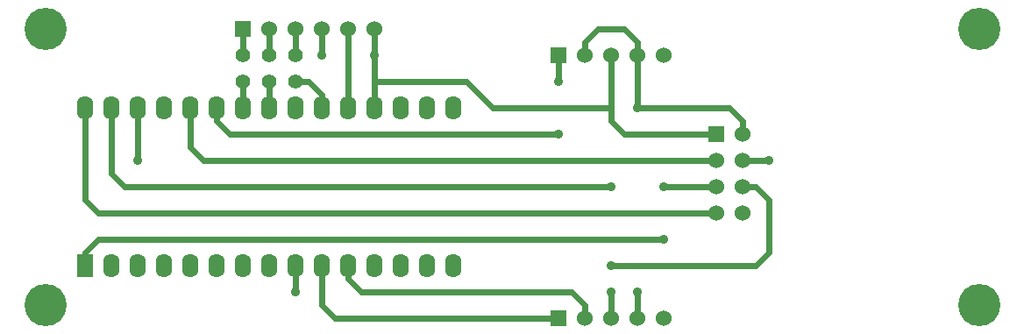
<source format=gbl>
G04 (created by PCBNEW (2013-jul-07)-stable) date wo 25 sep 2013 09:33:20 CEST*
%MOIN*%
G04 Gerber Fmt 3.4, Leading zero omitted, Abs format*
%FSLAX34Y34*%
G01*
G70*
G90*
G04 APERTURE LIST*
%ADD10C,0.00590551*%
%ADD11C,0.055*%
%ADD12R,0.06X0.06*%
%ADD13C,0.06*%
%ADD14R,0.062X0.09*%
%ADD15O,0.062X0.09*%
%ADD16C,0.16*%
%ADD17C,0.035*%
%ADD18C,0.024*%
G04 APERTURE END LIST*
G54D10*
G54D11*
X26000Y-19500D03*
X26000Y-20500D03*
X27000Y-19500D03*
X27000Y-20500D03*
X28000Y-19500D03*
X28000Y-20500D03*
G54D12*
X38000Y-19500D03*
G54D13*
X39000Y-19500D03*
X40000Y-19500D03*
X41000Y-19500D03*
X42000Y-19500D03*
G54D12*
X38000Y-29500D03*
G54D13*
X39000Y-29500D03*
X40000Y-29500D03*
X41000Y-29500D03*
X42000Y-29500D03*
G54D12*
X44000Y-22500D03*
G54D13*
X45000Y-22500D03*
X44000Y-23500D03*
X45000Y-23500D03*
X44000Y-24500D03*
X45000Y-24500D03*
X44000Y-25500D03*
X45000Y-25500D03*
G54D12*
X26000Y-18500D03*
G54D13*
X27000Y-18500D03*
X28000Y-18500D03*
X29000Y-18500D03*
X30000Y-18500D03*
X31000Y-18500D03*
G54D14*
X20000Y-27500D03*
G54D15*
X21000Y-27500D03*
X22000Y-27500D03*
X23000Y-27500D03*
X24000Y-27500D03*
X25000Y-27500D03*
X26000Y-27500D03*
X27000Y-27500D03*
X28000Y-27500D03*
X29000Y-27500D03*
X30000Y-27500D03*
X31000Y-27500D03*
X32000Y-27500D03*
X33000Y-27500D03*
X34000Y-27500D03*
X34000Y-21500D03*
X33000Y-21500D03*
X32000Y-21500D03*
X31000Y-21500D03*
X30000Y-21500D03*
X29000Y-21500D03*
X28000Y-21500D03*
X27000Y-21500D03*
X26000Y-21500D03*
X25000Y-21500D03*
X24000Y-21500D03*
X23000Y-21500D03*
X22000Y-21500D03*
X21000Y-21500D03*
X20000Y-21500D03*
G54D16*
X54000Y-18500D03*
X54000Y-29000D03*
X18500Y-18500D03*
X18500Y-29000D03*
G54D17*
X31000Y-19500D03*
X29000Y-19500D03*
X38000Y-20500D03*
X38000Y-22500D03*
X46000Y-23500D03*
X22000Y-23500D03*
X41000Y-28500D03*
X41000Y-21500D03*
X42000Y-24500D03*
X42000Y-26500D03*
X40000Y-27500D03*
X40000Y-24500D03*
X40000Y-28500D03*
X28000Y-28500D03*
G54D18*
X40500Y-22500D02*
X44000Y-22500D01*
X40000Y-22000D02*
X40500Y-22500D01*
X40000Y-21500D02*
X40000Y-22000D01*
X40000Y-21500D02*
X40000Y-19500D01*
X31000Y-20500D02*
X34500Y-20500D01*
X35500Y-21500D02*
X40000Y-21500D01*
X34500Y-20500D02*
X35500Y-21500D01*
X29000Y-18500D02*
X29000Y-19500D01*
X31000Y-19500D02*
X31000Y-18500D01*
X31000Y-18500D02*
X31000Y-20500D01*
X31000Y-20500D02*
X31000Y-21500D01*
X24000Y-21500D02*
X24000Y-23000D01*
X24500Y-23500D02*
X44000Y-23500D01*
X24000Y-23000D02*
X24500Y-23500D01*
X28000Y-19500D02*
X28000Y-18500D01*
X25000Y-21500D02*
X25000Y-22000D01*
X38000Y-20500D02*
X38000Y-19500D01*
X25500Y-22500D02*
X38000Y-22500D01*
X25000Y-22000D02*
X25500Y-22500D01*
X26000Y-19500D02*
X26000Y-18500D01*
X27000Y-18500D02*
X27000Y-19500D01*
X26000Y-20500D02*
X26000Y-21500D01*
X27000Y-20500D02*
X27000Y-21500D01*
X28000Y-20500D02*
X28500Y-20500D01*
X29000Y-21000D02*
X29000Y-21500D01*
X28500Y-20500D02*
X29000Y-21000D01*
X46000Y-23500D02*
X45000Y-23500D01*
X22000Y-21500D02*
X22000Y-23500D01*
X39000Y-19500D02*
X39000Y-19000D01*
X41000Y-19000D02*
X41000Y-19500D01*
X40500Y-18500D02*
X41000Y-19000D01*
X39500Y-18500D02*
X40500Y-18500D01*
X39000Y-19000D02*
X39500Y-18500D01*
X41000Y-21500D02*
X44500Y-21500D01*
X45000Y-22000D02*
X45000Y-22500D01*
X44500Y-21500D02*
X45000Y-22000D01*
X41000Y-19500D02*
X41000Y-21500D01*
X41000Y-28500D02*
X41000Y-29500D01*
X42000Y-24500D02*
X44000Y-24500D01*
X20500Y-26500D02*
X42000Y-26500D01*
X20000Y-27000D02*
X20500Y-26500D01*
X20000Y-27500D02*
X20000Y-27000D01*
X45500Y-24500D02*
X45000Y-24500D01*
X46000Y-25000D02*
X45500Y-24500D01*
X46000Y-27000D02*
X46000Y-25000D01*
X45500Y-27500D02*
X46000Y-27000D01*
X40000Y-27500D02*
X45500Y-27500D01*
X21500Y-24500D02*
X40000Y-24500D01*
X21000Y-24000D02*
X21500Y-24500D01*
X21000Y-21500D02*
X21000Y-24000D01*
X20500Y-25500D02*
X44000Y-25500D01*
X20000Y-25000D02*
X20500Y-25500D01*
X20000Y-21500D02*
X20000Y-25000D01*
X30000Y-27500D02*
X30000Y-28000D01*
X39000Y-29000D02*
X39000Y-29500D01*
X38500Y-28500D02*
X39000Y-29000D01*
X30500Y-28500D02*
X38500Y-28500D01*
X30000Y-28000D02*
X30500Y-28500D01*
X28000Y-27500D02*
X28000Y-28500D01*
X40000Y-28500D02*
X40000Y-29500D01*
X29000Y-27500D02*
X29000Y-29000D01*
X29500Y-29500D02*
X38000Y-29500D01*
X29000Y-29000D02*
X29500Y-29500D01*
X30000Y-21500D02*
X30000Y-18500D01*
M02*

</source>
